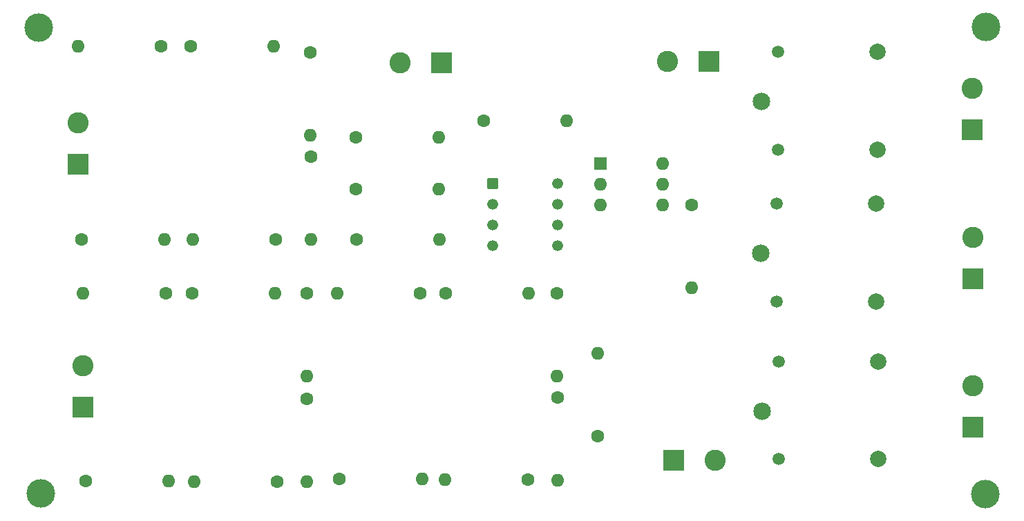
<source format=gbr>
%TF.GenerationSoftware,KiCad,Pcbnew,7.0.5*%
%TF.CreationDate,2023-11-27T09:45:35+05:30*%
%TF.ProjectId,Precharge circuit,50726563-6861-4726-9765-206369726375,rev?*%
%TF.SameCoordinates,Original*%
%TF.FileFunction,Soldermask,Bot*%
%TF.FilePolarity,Negative*%
%FSLAX46Y46*%
G04 Gerber Fmt 4.6, Leading zero omitted, Abs format (unit mm)*
G04 Created by KiCad (PCBNEW 7.0.5) date 2023-11-27 09:45:35*
%MOMM*%
%LPD*%
G01*
G04 APERTURE LIST*
G04 Aperture macros list*
%AMRoundRect*
0 Rectangle with rounded corners*
0 $1 Rounding radius*
0 $2 $3 $4 $5 $6 $7 $8 $9 X,Y pos of 4 corners*
0 Add a 4 corners polygon primitive as box body*
4,1,4,$2,$3,$4,$5,$6,$7,$8,$9,$2,$3,0*
0 Add four circle primitives for the rounded corners*
1,1,$1+$1,$2,$3*
1,1,$1+$1,$4,$5*
1,1,$1+$1,$6,$7*
1,1,$1+$1,$8,$9*
0 Add four rect primitives between the rounded corners*
20,1,$1+$1,$2,$3,$4,$5,0*
20,1,$1+$1,$4,$5,$6,$7,0*
20,1,$1+$1,$6,$7,$8,$9,0*
20,1,$1+$1,$8,$9,$2,$3,0*%
G04 Aperture macros list end*
%ADD10C,3.500000*%
%ADD11R,1.600000X1.600000*%
%ADD12O,1.600000X1.600000*%
%ADD13C,1.600000*%
%ADD14C,2.004000*%
%ADD15C,1.512000*%
%ADD16C,2.154000*%
%ADD17R,2.600000X2.600000*%
%ADD18C,2.600000*%
%ADD19RoundRect,0.102000X-0.565000X-0.565000X0.565000X-0.565000X0.565000X0.565000X-0.565000X0.565000X0*%
%ADD20C,1.334000*%
G04 APERTURE END LIST*
D10*
%TO.C,REF\u002A\u002A*%
X32537400Y-34391600D03*
%TD*%
%TO.C,REF\u002A\u002A*%
X32766000Y-91516200D03*
%TD*%
%TO.C,REF\u002A\u002A*%
X148564600Y-91617800D03*
%TD*%
%TO.C,REF\u002A\u002A*%
X148590000Y-34239200D03*
%TD*%
D11*
%TO.C,U2*%
X101356000Y-50992800D03*
D12*
X101356000Y-53532800D03*
X101356000Y-56072800D03*
X108976000Y-56072800D03*
X108976000Y-53532800D03*
X108976000Y-50992800D03*
%TD*%
D13*
%TO.C,R25*%
X71424800Y-47777400D03*
D12*
X81584800Y-47777400D03*
%TD*%
%TO.C,R24*%
X81584800Y-54127400D03*
D13*
X71424800Y-54127400D03*
%TD*%
%TO.C,R23*%
X92481400Y-89814400D03*
D12*
X82321400Y-89814400D03*
%TD*%
D13*
%TO.C,R22*%
X96088200Y-79705200D03*
D12*
X96088200Y-89865200D03*
%TD*%
D13*
%TO.C,R21*%
X96012000Y-66979800D03*
D12*
X96012000Y-77139800D03*
%TD*%
D13*
%TO.C,R20*%
X82397600Y-66979800D03*
D12*
X92557600Y-66979800D03*
%TD*%
D13*
%TO.C,R19*%
X69367400Y-89763600D03*
D12*
X79527400Y-89763600D03*
%TD*%
D13*
%TO.C,R18*%
X79298800Y-66979800D03*
D12*
X69138800Y-66979800D03*
%TD*%
D13*
%TO.C,R17*%
X61722000Y-90093800D03*
D12*
X51562000Y-90093800D03*
%TD*%
D13*
%TO.C,R16*%
X65379600Y-79908400D03*
D12*
X65379600Y-90068400D03*
%TD*%
D13*
%TO.C,R14*%
X112572800Y-56108600D03*
D12*
X112572800Y-66268600D03*
%TD*%
D13*
%TO.C,R13*%
X87096600Y-45770800D03*
D12*
X97256600Y-45770800D03*
%TD*%
%TO.C,R12*%
X101066600Y-74345800D03*
D13*
X101066600Y-84505800D03*
%TD*%
%TO.C,R11*%
X71475600Y-60350400D03*
D12*
X81635600Y-60350400D03*
%TD*%
D13*
%TO.C,R10*%
X65405000Y-66954400D03*
D12*
X65405000Y-77114400D03*
%TD*%
D13*
%TO.C,R9*%
X51358800Y-66929000D03*
D12*
X61518800Y-66929000D03*
%TD*%
D13*
%TO.C,R8*%
X38328600Y-90017600D03*
D12*
X48488600Y-90017600D03*
%TD*%
D13*
%TO.C,R7*%
X48082200Y-66979800D03*
D12*
X37922200Y-66979800D03*
%TD*%
D13*
%TO.C,R6*%
X37795200Y-60350400D03*
D12*
X47955200Y-60350400D03*
%TD*%
D13*
%TO.C,R5*%
X61595000Y-60350400D03*
D12*
X51435000Y-60350400D03*
%TD*%
D13*
%TO.C,R4*%
X65862200Y-50215800D03*
D12*
X65862200Y-60375800D03*
%TD*%
%TO.C,R3*%
X65786000Y-47523400D03*
D13*
X65786000Y-37363400D03*
%TD*%
D12*
%TO.C,R2*%
X61341000Y-36652200D03*
D13*
X51181000Y-36652200D03*
%TD*%
D12*
%TO.C,R1*%
X37338000Y-36626800D03*
D13*
X47498000Y-36626800D03*
%TD*%
D14*
%TO.C,K3*%
X135390500Y-87305400D03*
D15*
X123190500Y-75305400D03*
D16*
X121190500Y-81425400D03*
D14*
X135390500Y-75305400D03*
D15*
X123190500Y-87305400D03*
%TD*%
D14*
%TO.C,K2*%
X135187300Y-67925200D03*
D15*
X122987300Y-55925200D03*
D16*
X120987300Y-62045200D03*
D14*
X135187300Y-55925200D03*
D15*
X122987300Y-67925200D03*
%TD*%
D14*
%TO.C,K1*%
X135339700Y-49332400D03*
D15*
X123139700Y-37332400D03*
D16*
X121139700Y-43452400D03*
D14*
X135339700Y-37332400D03*
D15*
X123139700Y-49332400D03*
%TD*%
D17*
%TO.C,J8*%
X81915000Y-38709600D03*
D18*
X76835000Y-38709600D03*
%TD*%
D17*
%TO.C,J7*%
X146989800Y-83362800D03*
D18*
X146989800Y-78282800D03*
%TD*%
D17*
%TO.C,J6*%
X146964400Y-46888400D03*
D18*
X146964400Y-41808400D03*
%TD*%
D17*
%TO.C,J5*%
X146989800Y-65151000D03*
D18*
X146989800Y-60071000D03*
%TD*%
%TO.C,J4*%
X115463400Y-87452400D03*
D17*
X110383400Y-87452400D03*
%TD*%
%TO.C,J3*%
X37922400Y-80904000D03*
D18*
X37922400Y-75824000D03*
%TD*%
D17*
%TO.C,J2*%
X114655600Y-38531800D03*
D18*
X109575600Y-38531800D03*
%TD*%
%TO.C,J1*%
X37338200Y-46029800D03*
D17*
X37338200Y-51109800D03*
%TD*%
D19*
%TO.C,IC1*%
X88206600Y-53467000D03*
D20*
X88206600Y-56007000D03*
X88206600Y-58547000D03*
X88206600Y-61087000D03*
X96146600Y-61087000D03*
X96146600Y-58547000D03*
X96146600Y-56007000D03*
X96146600Y-53467000D03*
%TD*%
M02*

</source>
